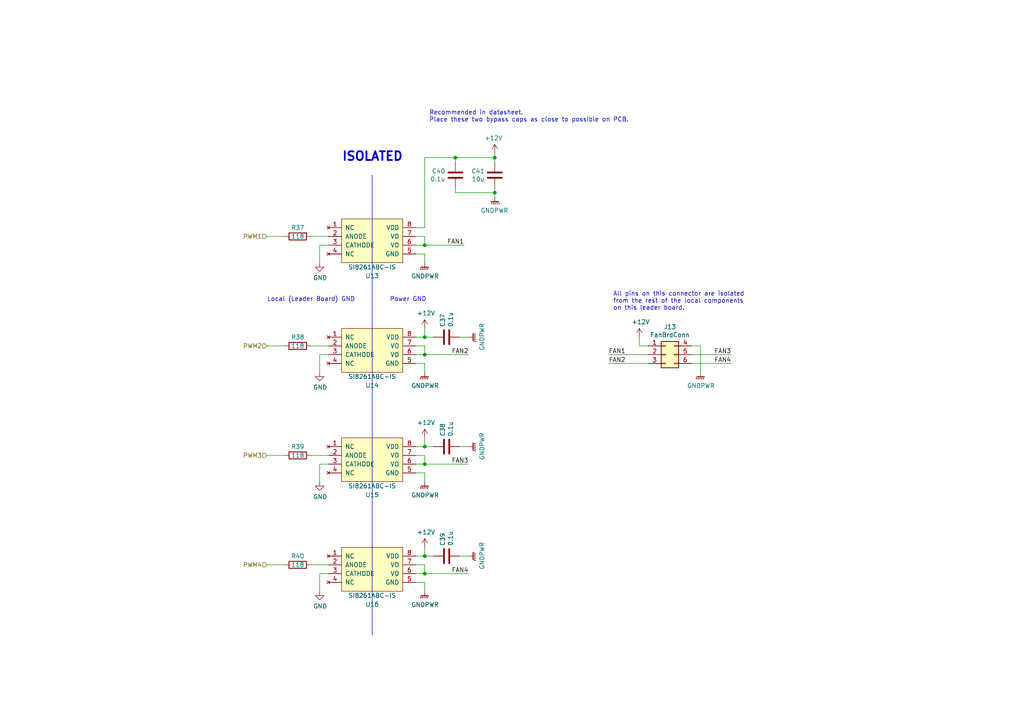
<source format=kicad_sch>
(kicad_sch (version 20230121) (generator eeschema)

  (uuid b251beef-9fe8-49ab-a2c4-847d7a539829)

  (paper "A4")

  (lib_symbols
    (symbol "Connector_Generic:Conn_02x03_Top_Bottom" (pin_names (offset 1.016) hide) (in_bom yes) (on_board yes)
      (property "Reference" "J" (at 1.27 5.08 0)
        (effects (font (size 1.27 1.27)))
      )
      (property "Value" "Conn_02x03_Top_Bottom" (at 1.27 -5.08 0)
        (effects (font (size 1.27 1.27)))
      )
      (property "Footprint" "" (at 0 0 0)
        (effects (font (size 1.27 1.27)) hide)
      )
      (property "Datasheet" "~" (at 0 0 0)
        (effects (font (size 1.27 1.27)) hide)
      )
      (property "ki_keywords" "connector" (at 0 0 0)
        (effects (font (size 1.27 1.27)) hide)
      )
      (property "ki_description" "Generic connector, double row, 02x03, top/bottom pin numbering scheme (row 1: 1...pins_per_row, row2: pins_per_row+1 ... num_pins), script generated (kicad-library-utils/schlib/autogen/connector/)" (at 0 0 0)
        (effects (font (size 1.27 1.27)) hide)
      )
      (property "ki_fp_filters" "Connector*:*_2x??_*" (at 0 0 0)
        (effects (font (size 1.27 1.27)) hide)
      )
      (symbol "Conn_02x03_Top_Bottom_1_1"
        (rectangle (start -1.27 -2.413) (end 0 -2.667)
          (stroke (width 0.1524) (type default))
          (fill (type none))
        )
        (rectangle (start -1.27 0.127) (end 0 -0.127)
          (stroke (width 0.1524) (type default))
          (fill (type none))
        )
        (rectangle (start -1.27 2.667) (end 0 2.413)
          (stroke (width 0.1524) (type default))
          (fill (type none))
        )
        (rectangle (start -1.27 3.81) (end 3.81 -3.81)
          (stroke (width 0.254) (type default))
          (fill (type background))
        )
        (rectangle (start 3.81 -2.413) (end 2.54 -2.667)
          (stroke (width 0.1524) (type default))
          (fill (type none))
        )
        (rectangle (start 3.81 0.127) (end 2.54 -0.127)
          (stroke (width 0.1524) (type default))
          (fill (type none))
        )
        (rectangle (start 3.81 2.667) (end 2.54 2.413)
          (stroke (width 0.1524) (type default))
          (fill (type none))
        )
        (pin passive line (at -5.08 2.54 0) (length 3.81)
          (name "Pin_1" (effects (font (size 1.27 1.27))))
          (number "1" (effects (font (size 1.27 1.27))))
        )
        (pin passive line (at -5.08 0 0) (length 3.81)
          (name "Pin_2" (effects (font (size 1.27 1.27))))
          (number "2" (effects (font (size 1.27 1.27))))
        )
        (pin passive line (at -5.08 -2.54 0) (length 3.81)
          (name "Pin_3" (effects (font (size 1.27 1.27))))
          (number "3" (effects (font (size 1.27 1.27))))
        )
        (pin passive line (at 7.62 2.54 180) (length 3.81)
          (name "Pin_4" (effects (font (size 1.27 1.27))))
          (number "4" (effects (font (size 1.27 1.27))))
        )
        (pin passive line (at 7.62 0 180) (length 3.81)
          (name "Pin_5" (effects (font (size 1.27 1.27))))
          (number "5" (effects (font (size 1.27 1.27))))
        )
        (pin passive line (at 7.62 -2.54 180) (length 3.81)
          (name "Pin_6" (effects (font (size 1.27 1.27))))
          (number "6" (effects (font (size 1.27 1.27))))
        )
      )
    )
    (symbol "Device:C" (pin_numbers hide) (pin_names (offset 0.254)) (in_bom yes) (on_board yes)
      (property "Reference" "C" (at 0.635 2.54 0)
        (effects (font (size 1.27 1.27)) (justify left))
      )
      (property "Value" "C" (at 0.635 -2.54 0)
        (effects (font (size 1.27 1.27)) (justify left))
      )
      (property "Footprint" "" (at 0.9652 -3.81 0)
        (effects (font (size 1.27 1.27)) hide)
      )
      (property "Datasheet" "~" (at 0 0 0)
        (effects (font (size 1.27 1.27)) hide)
      )
      (property "ki_keywords" "cap capacitor" (at 0 0 0)
        (effects (font (size 1.27 1.27)) hide)
      )
      (property "ki_description" "Unpolarized capacitor" (at 0 0 0)
        (effects (font (size 1.27 1.27)) hide)
      )
      (property "ki_fp_filters" "C_*" (at 0 0 0)
        (effects (font (size 1.27 1.27)) hide)
      )
      (symbol "C_0_1"
        (polyline
          (pts
            (xy -2.032 -0.762)
            (xy 2.032 -0.762)
          )
          (stroke (width 0.508) (type default))
          (fill (type none))
        )
        (polyline
          (pts
            (xy -2.032 0.762)
            (xy 2.032 0.762)
          )
          (stroke (width 0.508) (type default))
          (fill (type none))
        )
      )
      (symbol "C_1_1"
        (pin passive line (at 0 3.81 270) (length 2.794)
          (name "~" (effects (font (size 1.27 1.27))))
          (number "1" (effects (font (size 1.27 1.27))))
        )
        (pin passive line (at 0 -3.81 90) (length 2.794)
          (name "~" (effects (font (size 1.27 1.27))))
          (number "2" (effects (font (size 1.27 1.27))))
        )
      )
    )
    (symbol "Device:R" (pin_numbers hide) (pin_names (offset 0)) (in_bom yes) (on_board yes)
      (property "Reference" "R" (at 2.032 0 90)
        (effects (font (size 1.27 1.27)))
      )
      (property "Value" "R" (at 0 0 90)
        (effects (font (size 1.27 1.27)))
      )
      (property "Footprint" "" (at -1.778 0 90)
        (effects (font (size 1.27 1.27)) hide)
      )
      (property "Datasheet" "~" (at 0 0 0)
        (effects (font (size 1.27 1.27)) hide)
      )
      (property "ki_keywords" "R res resistor" (at 0 0 0)
        (effects (font (size 1.27 1.27)) hide)
      )
      (property "ki_description" "Resistor" (at 0 0 0)
        (effects (font (size 1.27 1.27)) hide)
      )
      (property "ki_fp_filters" "R_*" (at 0 0 0)
        (effects (font (size 1.27 1.27)) hide)
      )
      (symbol "R_0_1"
        (rectangle (start -1.016 -2.54) (end 1.016 2.54)
          (stroke (width 0.254) (type default))
          (fill (type none))
        )
      )
      (symbol "R_1_1"
        (pin passive line (at 0 3.81 270) (length 1.27)
          (name "~" (effects (font (size 1.27 1.27))))
          (number "1" (effects (font (size 1.27 1.27))))
        )
        (pin passive line (at 0 -3.81 90) (length 1.27)
          (name "~" (effects (font (size 1.27 1.27))))
          (number "2" (effects (font (size 1.27 1.27))))
        )
      )
    )
    (symbol "power:+12V" (power) (pin_names (offset 0)) (in_bom yes) (on_board yes)
      (property "Reference" "#PWR" (at 0 -3.81 0)
        (effects (font (size 1.27 1.27)) hide)
      )
      (property "Value" "+12V" (at 0 3.556 0)
        (effects (font (size 1.27 1.27)))
      )
      (property "Footprint" "" (at 0 0 0)
        (effects (font (size 1.27 1.27)) hide)
      )
      (property "Datasheet" "" (at 0 0 0)
        (effects (font (size 1.27 1.27)) hide)
      )
      (property "ki_keywords" "power-flag" (at 0 0 0)
        (effects (font (size 1.27 1.27)) hide)
      )
      (property "ki_description" "Power symbol creates a global label with name \"+12V\"" (at 0 0 0)
        (effects (font (size 1.27 1.27)) hide)
      )
      (symbol "+12V_0_1"
        (polyline
          (pts
            (xy -0.762 1.27)
            (xy 0 2.54)
          )
          (stroke (width 0) (type default))
          (fill (type none))
        )
        (polyline
          (pts
            (xy 0 0)
            (xy 0 2.54)
          )
          (stroke (width 0) (type default))
          (fill (type none))
        )
        (polyline
          (pts
            (xy 0 2.54)
            (xy 0.762 1.27)
          )
          (stroke (width 0) (type default))
          (fill (type none))
        )
      )
      (symbol "+12V_1_1"
        (pin power_in line (at 0 0 90) (length 0) hide
          (name "+12V" (effects (font (size 1.27 1.27))))
          (number "1" (effects (font (size 1.27 1.27))))
        )
      )
    )
    (symbol "power:GND" (power) (pin_names (offset 0)) (in_bom yes) (on_board yes)
      (property "Reference" "#PWR" (at 0 -6.35 0)
        (effects (font (size 1.27 1.27)) hide)
      )
      (property "Value" "GND" (at 0 -3.81 0)
        (effects (font (size 1.27 1.27)))
      )
      (property "Footprint" "" (at 0 0 0)
        (effects (font (size 1.27 1.27)) hide)
      )
      (property "Datasheet" "" (at 0 0 0)
        (effects (font (size 1.27 1.27)) hide)
      )
      (property "ki_keywords" "power-flag" (at 0 0 0)
        (effects (font (size 1.27 1.27)) hide)
      )
      (property "ki_description" "Power symbol creates a global label with name \"GND\" , ground" (at 0 0 0)
        (effects (font (size 1.27 1.27)) hide)
      )
      (symbol "GND_0_1"
        (polyline
          (pts
            (xy 0 0)
            (xy 0 -1.27)
            (xy 1.27 -1.27)
            (xy 0 -2.54)
            (xy -1.27 -1.27)
            (xy 0 -1.27)
          )
          (stroke (width 0) (type default))
          (fill (type none))
        )
      )
      (symbol "GND_1_1"
        (pin power_in line (at 0 0 270) (length 0) hide
          (name "GND" (effects (font (size 1.27 1.27))))
          (number "1" (effects (font (size 1.27 1.27))))
        )
      )
    )
    (symbol "power:GNDPWR" (power) (pin_names (offset 0)) (in_bom yes) (on_board yes)
      (property "Reference" "#PWR" (at 0 -5.08 0)
        (effects (font (size 1.27 1.27)) hide)
      )
      (property "Value" "GNDPWR" (at 0 -3.302 0)
        (effects (font (size 1.27 1.27)))
      )
      (property "Footprint" "" (at 0 -1.27 0)
        (effects (font (size 1.27 1.27)) hide)
      )
      (property "Datasheet" "" (at 0 -1.27 0)
        (effects (font (size 1.27 1.27)) hide)
      )
      (property "ki_keywords" "power-flag" (at 0 0 0)
        (effects (font (size 1.27 1.27)) hide)
      )
      (property "ki_description" "Power symbol creates a global label with name \"GNDPWR\" , power ground" (at 0 0 0)
        (effects (font (size 1.27 1.27)) hide)
      )
      (symbol "GNDPWR_0_1"
        (polyline
          (pts
            (xy 0 -1.27)
            (xy 0 0)
          )
          (stroke (width 0) (type default))
          (fill (type none))
        )
        (polyline
          (pts
            (xy -1.016 -1.27)
            (xy -1.27 -2.032)
            (xy -1.27 -2.032)
          )
          (stroke (width 0.2032) (type default))
          (fill (type none))
        )
        (polyline
          (pts
            (xy -0.508 -1.27)
            (xy -0.762 -2.032)
            (xy -0.762 -2.032)
          )
          (stroke (width 0.2032) (type default))
          (fill (type none))
        )
        (polyline
          (pts
            (xy 0 -1.27)
            (xy -0.254 -2.032)
            (xy -0.254 -2.032)
          )
          (stroke (width 0.2032) (type default))
          (fill (type none))
        )
        (polyline
          (pts
            (xy 0.508 -1.27)
            (xy 0.254 -2.032)
            (xy 0.254 -2.032)
          )
          (stroke (width 0.2032) (type default))
          (fill (type none))
        )
        (polyline
          (pts
            (xy 1.016 -1.27)
            (xy -1.016 -1.27)
            (xy -1.016 -1.27)
          )
          (stroke (width 0.2032) (type default))
          (fill (type none))
        )
        (polyline
          (pts
            (xy 1.016 -1.27)
            (xy 0.762 -2.032)
            (xy 0.762 -2.032)
            (xy 0.762 -2.032)
          )
          (stroke (width 0.2032) (type default))
          (fill (type none))
        )
      )
      (symbol "GNDPWR_1_1"
        (pin power_in line (at 0 0 270) (length 0) hide
          (name "GNDPWR" (effects (font (size 1.27 1.27))))
          (number "1" (effects (font (size 1.27 1.27))))
        )
      )
    )
    (symbol "utsvt-bps:SI8261ABC-IS" (pin_names (offset 1.016)) (in_bom yes) (on_board yes)
      (property "Reference" "U" (at 0 3.81 0)
        (effects (font (size 1.27 1.27)))
      )
      (property "Value" "SI8261ABC-IS" (at 0 1.27 0)
        (effects (font (size 1.27 1.27)))
      )
      (property "Footprint" "Package_SO:SOIC-8_3.9x4.9mm_P1.27mm" (at 0 0 0)
        (effects (font (size 1.27 1.27)) hide)
      )
      (property "Datasheet" "https://www.silabs.com/documents/public/data-sheets/Si826x.pdf" (at 0 0 0)
        (effects (font (size 1.27 1.27)) hide)
      )
      (property "Vf" "2.2V" (at 0 0 0)
        (effects (font (size 1.27 1.27)) hide)
      )
      (property "If" "6mA" (at 0 0 0)
        (effects (font (size 1.27 1.27)) hide)
      )
      (property "ki_keywords" "isolator, gate, driver" (at 0 0 0)
        (effects (font (size 1.27 1.27)) hide)
      )
      (property "ki_description" "Isolated Gate Driver, 8-pin" (at 0 0 0)
        (effects (font (size 1.27 1.27)) hide)
      )
      (symbol "SI8261ABC-IS_0_1"
        (rectangle (start -8.89 0) (end 8.89 -12.7)
          (stroke (width 0) (type default))
          (fill (type background))
        )
      )
      (symbol "SI8261ABC-IS_1_1"
        (pin no_connect line (at -12.7 -2.54 0) (length 3.81)
          (name "NC" (effects (font (size 1.27 1.27))))
          (number "1" (effects (font (size 1.27 1.27))))
        )
        (pin input line (at -12.7 -5.08 0) (length 3.81)
          (name "ANODE" (effects (font (size 1.27 1.27))))
          (number "2" (effects (font (size 1.27 1.27))))
        )
        (pin input line (at -12.7 -7.62 0) (length 3.81)
          (name "CATHODE" (effects (font (size 1.27 1.27))))
          (number "3" (effects (font (size 1.27 1.27))))
        )
        (pin no_connect line (at -12.7 -10.16 0) (length 3.81)
          (name "NC" (effects (font (size 1.27 1.27))))
          (number "4" (effects (font (size 1.27 1.27))))
        )
        (pin power_in line (at 12.7 -10.16 180) (length 3.81)
          (name "GND" (effects (font (size 1.27 1.27))))
          (number "5" (effects (font (size 1.27 1.27))))
        )
        (pin output line (at 12.7 -7.62 180) (length 3.81)
          (name "VO" (effects (font (size 1.27 1.27))))
          (number "6" (effects (font (size 1.27 1.27))))
        )
        (pin output line (at 12.7 -5.08 180) (length 3.81)
          (name "VO" (effects (font (size 1.27 1.27))))
          (number "7" (effects (font (size 1.27 1.27))))
        )
        (pin power_in line (at 12.7 -2.54 180) (length 3.81)
          (name "VDD" (effects (font (size 1.27 1.27))))
          (number "8" (effects (font (size 1.27 1.27))))
        )
      )
    )
  )

  (junction (at 123.19 166.37) (diameter 0) (color 0 0 0 0)
    (uuid 194369e7-282a-48fa-ab33-56af0935b536)
  )
  (junction (at 123.19 71.12) (diameter 0) (color 0 0 0 0)
    (uuid 4a162731-3044-47f4-9a7a-8d429befc861)
  )
  (junction (at 123.19 161.29) (diameter 0) (color 0 0 0 0)
    (uuid 4ce89097-9e92-4c20-8f0c-6a5310ed171e)
  )
  (junction (at 143.51 45.72) (diameter 0) (color 0 0 0 0)
    (uuid 743fe3d9-14a6-4ec3-b657-d0263f45e562)
  )
  (junction (at 123.19 129.54) (diameter 0) (color 0 0 0 0)
    (uuid 7dbc017d-d953-4594-a3d6-ee510c135ad2)
  )
  (junction (at 143.51 55.88) (diameter 0) (color 0 0 0 0)
    (uuid a005f016-6f0a-420b-a3a1-80e871ab2c3b)
  )
  (junction (at 132.08 45.72) (diameter 0) (color 0 0 0 0)
    (uuid a250795e-9531-40ad-9a2a-2f7681a09c16)
  )
  (junction (at 123.19 134.62) (diameter 0) (color 0 0 0 0)
    (uuid d9e5f3d5-48f9-4748-9e4c-bf78ee3698d9)
  )
  (junction (at 123.19 102.87) (diameter 0) (color 0 0 0 0)
    (uuid f7593a4f-1809-4f7c-be2f-88090bc529e5)
  )
  (junction (at 123.19 97.79) (diameter 0) (color 0 0 0 0)
    (uuid fa969377-8d68-48bd-8628-c5c222eda4bb)
  )

  (wire (pts (xy 120.65 161.29) (xy 123.19 161.29))
    (stroke (width 0) (type default))
    (uuid 043793b3-acfc-4194-8aff-08fd4f2ac49e)
  )
  (wire (pts (xy 123.19 66.04) (xy 123.19 45.72))
    (stroke (width 0) (type default))
    (uuid 0550859e-d04a-4d2e-bf91-ec146d81ea33)
  )
  (wire (pts (xy 90.17 163.83) (xy 95.25 163.83))
    (stroke (width 0) (type default))
    (uuid 09d6504f-41ac-4199-b263-3b8afd09df92)
  )
  (wire (pts (xy 123.19 76.2) (xy 123.19 73.66))
    (stroke (width 0) (type default))
    (uuid 0ada6166-7900-4c85-9388-986717d1d0b3)
  )
  (wire (pts (xy 77.47 163.83) (xy 82.55 163.83))
    (stroke (width 0) (type default))
    (uuid 19f05b6c-9ca9-4b6b-9fd2-50ef1846ff93)
  )
  (wire (pts (xy 123.19 100.33) (xy 123.19 102.87))
    (stroke (width 0) (type default))
    (uuid 1f1c8061-d0bb-4674-801d-2df1913c244b)
  )
  (wire (pts (xy 120.65 132.08) (xy 123.19 132.08))
    (stroke (width 0) (type default))
    (uuid 20910752-9204-4418-b962-f6d0533af29e)
  )
  (wire (pts (xy 185.42 100.33) (xy 187.96 100.33))
    (stroke (width 0) (type default))
    (uuid 21f7471d-5516-4c0b-84df-c14c2b22cb1b)
  )
  (wire (pts (xy 187.96 105.41) (xy 176.53 105.41))
    (stroke (width 0) (type default))
    (uuid 2210c164-03c4-4d25-920b-4f80bce465ca)
  )
  (wire (pts (xy 123.19 134.62) (xy 135.89 134.62))
    (stroke (width 0) (type default))
    (uuid 244c14eb-1ba9-457a-8c10-3a24f4177f12)
  )
  (wire (pts (xy 200.66 105.41) (xy 212.09 105.41))
    (stroke (width 0) (type default))
    (uuid 28967d06-6a22-41aa-9725-cc4090dbda0d)
  )
  (wire (pts (xy 187.96 102.87) (xy 176.53 102.87))
    (stroke (width 0) (type default))
    (uuid 2d6556f0-7d57-4c99-b559-7755c01814e6)
  )
  (wire (pts (xy 143.51 44.45) (xy 143.51 45.72))
    (stroke (width 0) (type default))
    (uuid 2de78871-17e9-4f67-98b0-3e6b729e56ce)
  )
  (wire (pts (xy 123.19 163.83) (xy 123.19 166.37))
    (stroke (width 0) (type default))
    (uuid 309a118a-44d4-4715-a872-982242037603)
  )
  (wire (pts (xy 92.71 171.45) (xy 92.71 166.37))
    (stroke (width 0) (type default))
    (uuid 49d03cc8-6ecc-4b45-b1c0-dbed9b688bf0)
  )
  (wire (pts (xy 185.42 97.79) (xy 185.42 100.33))
    (stroke (width 0) (type default))
    (uuid 4d344167-7bb1-4b7e-b75f-c1f8dfa3103e)
  )
  (wire (pts (xy 120.65 163.83) (xy 123.19 163.83))
    (stroke (width 0) (type default))
    (uuid 5236744c-6dfc-41dc-9a6d-4dcec915c519)
  )
  (wire (pts (xy 123.19 132.08) (xy 123.19 134.62))
    (stroke (width 0) (type default))
    (uuid 5b9c75cc-98a1-4ba4-a5ee-8ef9ab0e8d08)
  )
  (wire (pts (xy 143.51 45.72) (xy 132.08 45.72))
    (stroke (width 0) (type default))
    (uuid 6045254e-f49f-4987-b456-3cae9dda98d8)
  )
  (wire (pts (xy 92.71 76.2) (xy 92.71 71.12))
    (stroke (width 0) (type default))
    (uuid 66b99143-7ea3-4004-9886-c91663c0099d)
  )
  (wire (pts (xy 123.19 105.41) (xy 120.65 105.41))
    (stroke (width 0) (type default))
    (uuid 682c8b8f-4d60-4141-b257-51c388101490)
  )
  (wire (pts (xy 120.65 68.58) (xy 123.19 68.58))
    (stroke (width 0) (type default))
    (uuid 6aa6988f-747d-4900-bb0c-e69a38950735)
  )
  (wire (pts (xy 143.51 55.88) (xy 143.51 54.61))
    (stroke (width 0) (type default))
    (uuid 6cfd4e6b-f645-4381-ade4-5896fba24fca)
  )
  (wire (pts (xy 90.17 68.58) (xy 95.25 68.58))
    (stroke (width 0) (type default))
    (uuid 6db46592-bce3-4604-a649-e75d650d501c)
  )
  (wire (pts (xy 135.89 129.54) (xy 133.35 129.54))
    (stroke (width 0) (type default))
    (uuid 6e1e6e6b-05ed-4242-b8c6-a0dcbb047074)
  )
  (wire (pts (xy 120.65 166.37) (xy 123.19 166.37))
    (stroke (width 0) (type default))
    (uuid 7291bad0-24e4-426b-aa19-f411424e3ccf)
  )
  (wire (pts (xy 123.19 102.87) (xy 135.89 102.87))
    (stroke (width 0) (type default))
    (uuid 73ba91be-75fc-485b-b8b6-4df8f6ffae6a)
  )
  (wire (pts (xy 123.19 139.7) (xy 123.19 137.16))
    (stroke (width 0) (type default))
    (uuid 75844fde-d070-4c47-a548-11ad21a96364)
  )
  (wire (pts (xy 135.89 97.79) (xy 133.35 97.79))
    (stroke (width 0) (type default))
    (uuid 77203351-8e32-459c-b048-71bfded4695b)
  )
  (wire (pts (xy 203.2 100.33) (xy 200.66 100.33))
    (stroke (width 0) (type default))
    (uuid 785b9b1b-db94-4cd2-96a4-c33709fdf8fd)
  )
  (wire (pts (xy 143.51 55.88) (xy 132.08 55.88))
    (stroke (width 0) (type default))
    (uuid 7a47451b-cadf-44c1-bf9f-bf1de744174c)
  )
  (wire (pts (xy 123.19 158.75) (xy 123.19 161.29))
    (stroke (width 0) (type default))
    (uuid 7c0a1618-1527-4bf9-bc6b-816903d53a47)
  )
  (wire (pts (xy 120.65 100.33) (xy 123.19 100.33))
    (stroke (width 0) (type default))
    (uuid 7c7d1d10-7839-4cad-93e6-0bb21ea2e22c)
  )
  (wire (pts (xy 143.51 57.15) (xy 143.51 55.88))
    (stroke (width 0) (type default))
    (uuid 85092cc2-5a0a-445f-be87-659ac6c45136)
  )
  (polyline (pts (xy 107.95 50.8) (xy 107.95 184.15))
    (stroke (width 0) (type default))
    (uuid 85321e6b-3074-45ae-91a2-2d90e36cd5d7)
  )

  (wire (pts (xy 123.19 168.91) (xy 120.65 168.91))
    (stroke (width 0) (type default))
    (uuid 86743ff5-ebd5-4d4c-b85d-51d3f9421db1)
  )
  (wire (pts (xy 77.47 132.08) (xy 82.55 132.08))
    (stroke (width 0) (type default))
    (uuid 887fd53d-ae8f-4122-baf8-88d2c7186383)
  )
  (wire (pts (xy 123.19 127) (xy 123.19 129.54))
    (stroke (width 0) (type default))
    (uuid 8a8e1a5d-fcd6-4b0b-b948-481969984149)
  )
  (wire (pts (xy 125.73 129.54) (xy 123.19 129.54))
    (stroke (width 0) (type default))
    (uuid 8c20efd0-8859-4581-8dc8-e3275204bc47)
  )
  (wire (pts (xy 123.19 71.12) (xy 134.62 71.12))
    (stroke (width 0) (type default))
    (uuid 8efad5d4-0fb1-4f8a-8b3b-fd13de8553cf)
  )
  (wire (pts (xy 203.2 107.95) (xy 203.2 100.33))
    (stroke (width 0) (type default))
    (uuid 8f8e03e4-eade-4b73-8453-16fcc4395b4f)
  )
  (wire (pts (xy 200.66 102.87) (xy 212.09 102.87))
    (stroke (width 0) (type default))
    (uuid 8fafd895-368b-4b1e-a86c-1091a06babf0)
  )
  (wire (pts (xy 92.71 102.87) (xy 95.25 102.87))
    (stroke (width 0) (type default))
    (uuid 9189da4a-afa8-4feb-912b-9acf397c8efe)
  )
  (wire (pts (xy 132.08 55.88) (xy 132.08 54.61))
    (stroke (width 0) (type default))
    (uuid 93cca48a-0ddb-43d4-9a26-cfc561f4b51f)
  )
  (wire (pts (xy 132.08 45.72) (xy 132.08 46.99))
    (stroke (width 0) (type default))
    (uuid 94fec277-f735-44f1-bd15-6b7a6710f714)
  )
  (wire (pts (xy 120.65 134.62) (xy 123.19 134.62))
    (stroke (width 0) (type default))
    (uuid 972231fd-6b39-44d7-a8d0-2a8f39b440f2)
  )
  (wire (pts (xy 120.65 129.54) (xy 123.19 129.54))
    (stroke (width 0) (type default))
    (uuid 9a2f1d2a-8772-4532-a30a-890a96c07ee5)
  )
  (wire (pts (xy 92.71 107.95) (xy 92.71 102.87))
    (stroke (width 0) (type default))
    (uuid a1bdd125-0c9f-4ff7-9f80-51b47501d38a)
  )
  (wire (pts (xy 92.71 71.12) (xy 95.25 71.12))
    (stroke (width 0) (type default))
    (uuid a5a1ca49-2190-413f-b847-05e26ecaba84)
  )
  (wire (pts (xy 120.65 97.79) (xy 123.19 97.79))
    (stroke (width 0) (type default))
    (uuid a7339f09-adb8-4a68-9075-5341a1898df6)
  )
  (wire (pts (xy 92.71 139.7) (xy 92.71 134.62))
    (stroke (width 0) (type default))
    (uuid a7a5aab5-ea18-4424-8820-e3e21e4f3409)
  )
  (wire (pts (xy 123.19 137.16) (xy 120.65 137.16))
    (stroke (width 0) (type default))
    (uuid aac5142b-935a-4766-9516-a38e21a99988)
  )
  (wire (pts (xy 120.65 71.12) (xy 123.19 71.12))
    (stroke (width 0) (type default))
    (uuid abaaba9c-ac65-4c00-b591-80d7101cbd1e)
  )
  (wire (pts (xy 123.19 166.37) (xy 135.89 166.37))
    (stroke (width 0) (type default))
    (uuid afa7b59d-f0e1-45ac-9c55-b5191bcbad41)
  )
  (wire (pts (xy 123.19 68.58) (xy 123.19 71.12))
    (stroke (width 0) (type default))
    (uuid b7183ced-077f-4073-aaa5-bab92ea79dfd)
  )
  (wire (pts (xy 90.17 132.08) (xy 95.25 132.08))
    (stroke (width 0) (type default))
    (uuid b8431380-1705-48bc-86c6-3cd1b85e5a35)
  )
  (wire (pts (xy 135.89 161.29) (xy 133.35 161.29))
    (stroke (width 0) (type default))
    (uuid bb508257-1adb-439a-895c-92c4118781d8)
  )
  (wire (pts (xy 92.71 134.62) (xy 95.25 134.62))
    (stroke (width 0) (type default))
    (uuid bfa346dd-3201-436d-af50-155bf7a97149)
  )
  (wire (pts (xy 77.47 68.58) (xy 82.55 68.58))
    (stroke (width 0) (type default))
    (uuid c13a0d58-c520-4165-bf37-2630250aa2a6)
  )
  (wire (pts (xy 143.51 45.72) (xy 143.51 46.99))
    (stroke (width 0) (type default))
    (uuid c27b9eaf-f9cd-41c9-b07e-7ab305af5eb4)
  )
  (wire (pts (xy 125.73 97.79) (xy 123.19 97.79))
    (stroke (width 0) (type default))
    (uuid c8f85bb5-4a36-4302-bba3-92a68c273246)
  )
  (wire (pts (xy 92.71 166.37) (xy 95.25 166.37))
    (stroke (width 0) (type default))
    (uuid ca067bbf-78c1-4187-8296-b0fd93bdf6d7)
  )
  (wire (pts (xy 123.19 95.25) (xy 123.19 97.79))
    (stroke (width 0) (type default))
    (uuid ce754641-7473-46cc-9e46-e99ae1e8df27)
  )
  (wire (pts (xy 120.65 66.04) (xy 123.19 66.04))
    (stroke (width 0) (type default))
    (uuid d667232a-3979-4667-9696-6bdd38fd738f)
  )
  (wire (pts (xy 123.19 171.45) (xy 123.19 168.91))
    (stroke (width 0) (type default))
    (uuid e805bfc7-1439-4024-be37-2d98b9ab8996)
  )
  (wire (pts (xy 90.17 100.33) (xy 95.25 100.33))
    (stroke (width 0) (type default))
    (uuid ed0c9204-fd26-4100-87cb-4cc13a7883dd)
  )
  (wire (pts (xy 125.73 161.29) (xy 123.19 161.29))
    (stroke (width 0) (type default))
    (uuid ed6d6978-0d0d-4a2e-87a7-a88d9d5fb443)
  )
  (wire (pts (xy 123.19 107.95) (xy 123.19 105.41))
    (stroke (width 0) (type default))
    (uuid f22cfa19-f1b4-4b2e-8e1d-2d3d6b0540fd)
  )
  (wire (pts (xy 77.47 100.33) (xy 82.55 100.33))
    (stroke (width 0) (type default))
    (uuid f6b720d6-8d11-4551-a2bd-634fd8a36183)
  )
  (wire (pts (xy 123.19 73.66) (xy 120.65 73.66))
    (stroke (width 0) (type default))
    (uuid f7066ca1-2919-4b95-b427-95fe5f5ff712)
  )
  (wire (pts (xy 120.65 102.87) (xy 123.19 102.87))
    (stroke (width 0) (type default))
    (uuid f893d766-5618-4cd2-9fe8-b6b939bbcd0e)
  )
  (wire (pts (xy 132.08 45.72) (xy 123.19 45.72))
    (stroke (width 0) (type default))
    (uuid ff68f321-15f9-4ff7-9fe4-c7fe9f0b10b6)
  )

  (text "All pins on this connector are isolated\nfrom the rest of the local components\non this leader board."
    (at 177.8 90.17 0)
    (effects (font (size 1.27 1.27)) (justify left bottom))
    (uuid 03ba302b-2859-4dbf-b0e5-62b63ff68f0e)
  )
  (text "Local (Leader Board) GND" (at 77.47 87.63 0)
    (effects (font (size 1.27 1.27)) (justify left bottom))
    (uuid 0df3e08f-f1db-44fc-b160-1e344af0b097)
  )
  (text "Power GND" (at 113.03 87.63 0)
    (effects (font (size 1.27 1.27)) (justify left bottom))
    (uuid 1e0990fe-0573-4531-a397-b53e3d7326d6)
  )
  (text "ISOLATED" (at 99.06 46.99 0)
    (effects (font (size 2.54 2.54) (thickness 0.508) bold) (justify left bottom))
    (uuid 209f13a0-6454-47d8-8979-19967f02b486)
  )
  (text "Recommended in datasheet.\nPlace these two bypass caps as close to possible on PCB."
    (at 124.46 35.56 0)
    (effects (font (size 1.27 1.27)) (justify left bottom))
    (uuid 2f369666-33ba-477c-82f8-6a87bbda6eba)
  )

  (label "FAN1" (at 176.53 102.87 0) (fields_autoplaced)
    (effects (font (size 1.27 1.27)) (justify left bottom))
    (uuid 52888cbc-b111-4e73-a693-b3b0dc4bf9df)
  )
  (label "FAN3" (at 212.09 102.87 180) (fields_autoplaced)
    (effects (font (size 1.27 1.27)) (justify right bottom))
    (uuid 5f8e6bef-0892-4800-a32d-0780cec1995f)
  )
  (label "FAN4" (at 135.89 166.37 180) (fields_autoplaced)
    (effects (font (size 1.27 1.27)) (justify right bottom))
    (uuid 66917930-18ea-4e30-a37f-c80fd203601b)
  )
  (label "FAN1" (at 134.62 71.12 180) (fields_autoplaced)
    (effects (font (size 1.27 1.27)) (justify right bottom))
    (uuid 6a197759-a4fe-46a2-8b36-339b0ae8f016)
  )
  (label "FAN3" (at 135.89 134.62 180) (fields_autoplaced)
    (effects (font (size 1.27 1.27)) (justify right bottom))
    (uuid 97f89f75-33fa-4b9c-9d2a-18c8a609f72f)
  )
  (label "FAN2" (at 176.53 105.41 0) (fields_autoplaced)
    (effects (font (size 1.27 1.27)) (justify left bottom))
    (uuid cc8328ee-28bd-4257-a1d7-5badd0a40c8c)
  )
  (label "FAN2" (at 135.89 102.87 180) (fields_autoplaced)
    (effects (font (size 1.27 1.27)) (justify right bottom))
    (uuid cf3559a7-e29c-4822-abde-d7efc1a8cf45)
  )
  (label "FAN4" (at 212.09 105.41 180) (fields_autoplaced)
    (effects (font (size 1.27 1.27)) (justify right bottom))
    (uuid e33978ba-27f3-479e-b8e8-5669ed573586)
  )

  (hierarchical_label "PWM4" (shape input) (at 77.47 163.83 180) (fields_autoplaced)
    (effects (font (size 1.27 1.27)) (justify right))
    (uuid 171daa21-1bc3-4b9f-85b1-bae018eaff22)
  )
  (hierarchical_label "PWM3" (shape input) (at 77.47 132.08 180) (fields_autoplaced)
    (effects (font (size 1.27 1.27)) (justify right))
    (uuid 19a4ecda-6045-463e-b53e-b35b6e0e7773)
  )
  (hierarchical_label "PWM2" (shape input) (at 77.47 100.33 180) (fields_autoplaced)
    (effects (font (size 1.27 1.27)) (justify right))
    (uuid b8507f7a-b6f2-4dd3-818e-e29e8b2bd14f)
  )
  (hierarchical_label "PWM1" (shape input) (at 77.47 68.58 180) (fields_autoplaced)
    (effects (font (size 1.27 1.27)) (justify right))
    (uuid dbd36b13-431f-41fc-bd46-5c108a31f226)
  )

  (symbol (lib_id "power:+12V") (at 143.51 44.45 0) (mirror y) (unit 1)
    (in_bom yes) (on_board yes) (dnp no)
    (uuid 00000000-0000-0000-0000-00005f130099)
    (property "Reference" "#PWR096" (at 143.51 48.26 0)
      (effects (font (size 1.27 1.27)) hide)
    )
    (property "Value" "+12V" (at 143.129 40.0558 0)
      (effects (font (size 1.27 1.27)))
    )
    (property "Footprint" "" (at 143.51 44.45 0)
      (effects (font (size 1.27 1.27)) hide)
    )
    (property "Datasheet" "" (at 143.51 44.45 0)
      (effects (font (size 1.27 1.27)) hide)
    )
    (pin "1" (uuid a8e68d4a-dc16-4dbc-b670-5f0676eb51d7))
    (instances
      (project "BPS-Leader"
        (path "/c248b171-df31-4e8a-afb6-607fa2df334b/00000000-0000-0000-0000-00005f145f02"
          (reference "#PWR096") (unit 1)
        )
      )
    )
  )

  (symbol (lib_id "Device:C") (at 143.51 50.8 0) (mirror y) (unit 1)
    (in_bom yes) (on_board yes) (dnp no)
    (uuid 00000000-0000-0000-0000-00005f13009f)
    (property "Reference" "C41" (at 140.589 49.6316 0)
      (effects (font (size 1.27 1.27)) (justify left))
    )
    (property "Value" "10u" (at 140.589 51.943 0)
      (effects (font (size 1.27 1.27)) (justify left))
    )
    (property "Footprint" "Capacitor_SMD:C_0805_2012Metric" (at 142.5448 54.61 0)
      (effects (font (size 1.27 1.27)) hide)
    )
    (property "Datasheet" "~" (at 143.51 50.8 0)
      (effects (font (size 1.27 1.27)) hide)
    )
    (pin "1" (uuid f4c824f5-cb9b-4062-a5d4-4960a2f59c65))
    (pin "2" (uuid 9b59da46-384b-4767-976c-f39334500b0b))
    (instances
      (project "BPS-Leader"
        (path "/c248b171-df31-4e8a-afb6-607fa2df334b/00000000-0000-0000-0000-00005f145f02"
          (reference "C41") (unit 1)
        )
      )
    )
  )

  (symbol (lib_id "Device:C") (at 132.08 50.8 0) (mirror y) (unit 1)
    (in_bom yes) (on_board yes) (dnp no)
    (uuid 00000000-0000-0000-0000-00005f1300a5)
    (property "Reference" "C40" (at 129.159 49.6316 0)
      (effects (font (size 1.27 1.27)) (justify left))
    )
    (property "Value" "0.1u" (at 129.159 51.943 0)
      (effects (font (size 1.27 1.27)) (justify left))
    )
    (property "Footprint" "Capacitor_SMD:C_0805_2012Metric" (at 131.1148 54.61 0)
      (effects (font (size 1.27 1.27)) hide)
    )
    (property "Datasheet" "~" (at 132.08 50.8 0)
      (effects (font (size 1.27 1.27)) hide)
    )
    (pin "1" (uuid 61021f12-0ed5-45b1-a758-54240474da96))
    (pin "2" (uuid 94dc3229-21d5-4515-9e16-94dd1f412af9))
    (instances
      (project "BPS-Leader"
        (path "/c248b171-df31-4e8a-afb6-607fa2df334b/00000000-0000-0000-0000-00005f145f02"
          (reference "C40") (unit 1)
        )
      )
    )
  )

  (symbol (lib_id "power:GNDPWR") (at 143.51 57.15 0) (mirror y) (unit 1)
    (in_bom yes) (on_board yes) (dnp no)
    (uuid 00000000-0000-0000-0000-00005f1300f5)
    (property "Reference" "#PWR097" (at 143.51 62.23 0)
      (effects (font (size 1.27 1.27)) hide)
    )
    (property "Value" "GNDPWR" (at 143.4084 61.0616 0)
      (effects (font (size 1.27 1.27)))
    )
    (property "Footprint" "" (at 143.51 58.42 0)
      (effects (font (size 1.27 1.27)) hide)
    )
    (property "Datasheet" "" (at 143.51 58.42 0)
      (effects (font (size 1.27 1.27)) hide)
    )
    (pin "1" (uuid d07e0682-90a4-4f05-bc0c-46c046e5a127))
    (instances
      (project "BPS-Leader"
        (path "/c248b171-df31-4e8a-afb6-607fa2df334b/00000000-0000-0000-0000-00005f145f02"
          (reference "#PWR097") (unit 1)
        )
      )
    )
  )

  (symbol (lib_id "power:GNDPWR") (at 123.19 76.2 0) (unit 1)
    (in_bom yes) (on_board yes) (dnp no)
    (uuid 00000000-0000-0000-0000-00005f1300fb)
    (property "Reference" "#PWR086" (at 123.19 81.28 0)
      (effects (font (size 1.27 1.27)) hide)
    )
    (property "Value" "GNDPWR" (at 123.2916 80.1116 0)
      (effects (font (size 1.27 1.27)))
    )
    (property "Footprint" "" (at 123.19 77.47 0)
      (effects (font (size 1.27 1.27)) hide)
    )
    (property "Datasheet" "" (at 123.19 77.47 0)
      (effects (font (size 1.27 1.27)) hide)
    )
    (pin "1" (uuid a478f4d2-33d0-4942-bc33-0187f5c36a4d))
    (instances
      (project "BPS-Leader"
        (path "/c248b171-df31-4e8a-afb6-607fa2df334b/00000000-0000-0000-0000-00005f145f02"
          (reference "#PWR086") (unit 1)
        )
      )
    )
  )

  (symbol (lib_id "power:GND") (at 92.71 76.2 0) (unit 1)
    (in_bom yes) (on_board yes) (dnp no)
    (uuid 00000000-0000-0000-0000-00005f1328d9)
    (property "Reference" "#PWR082" (at 92.71 82.55 0)
      (effects (font (size 1.27 1.27)) hide)
    )
    (property "Value" "GND" (at 92.837 80.5942 0)
      (effects (font (size 1.27 1.27)))
    )
    (property "Footprint" "" (at 92.71 76.2 0)
      (effects (font (size 1.27 1.27)) hide)
    )
    (property "Datasheet" "" (at 92.71 76.2 0)
      (effects (font (size 1.27 1.27)) hide)
    )
    (pin "1" (uuid 2253ed64-5f2e-4933-83c2-00596f17086e))
    (instances
      (project "BPS-Leader"
        (path "/c248b171-df31-4e8a-afb6-607fa2df334b/00000000-0000-0000-0000-00005f145f02"
          (reference "#PWR082") (unit 1)
        )
      )
    )
  )

  (symbol (lib_id "utsvt-bps:SI8261ABC-IS") (at 107.95 63.5 0) (unit 1)
    (in_bom yes) (on_board yes) (dnp no)
    (uuid 00000000-0000-0000-0000-00005f14b1dd)
    (property "Reference" "U13" (at 107.95 80.01 0)
      (effects (font (size 1.27 1.27)))
    )
    (property "Value" "SI8261ABC-IS" (at 107.95 77.47 0)
      (effects (font (size 1.27 1.27)))
    )
    (property "Footprint" "Package_SO:SOIC-8_3.9x4.9mm_P1.27mm" (at 107.95 63.5 0)
      (effects (font (size 1.27 1.27)) hide)
    )
    (property "Datasheet" "https://www.silabs.com/documents/public/data-sheets/Si826x.pdf" (at 107.95 63.5 0)
      (effects (font (size 1.27 1.27)) hide)
    )
    (property "Vf" "2.2V" (at 107.95 63.5 0)
      (effects (font (size 1.27 1.27)) hide)
    )
    (property "If" "6mA" (at 107.95 63.5 0)
      (effects (font (size 1.27 1.27)) hide)
    )
    (pin "1" (uuid 5305500b-164d-48af-afa7-03421064624a))
    (pin "2" (uuid 5cfb9526-f175-44ba-9f74-4e7a0415ed47))
    (pin "3" (uuid dadb7453-a432-499f-af9d-6b5ef9e5fab6))
    (pin "4" (uuid ae0630b3-119c-48d6-af33-0b479649029b))
    (pin "5" (uuid 4512fb88-1e2b-41d1-8c31-5e3260bd4cb2))
    (pin "6" (uuid 458e746f-9131-4177-8dfe-72b80e796304))
    (pin "7" (uuid 1a7aaa90-a515-486f-a8a3-c35110a13bd5))
    (pin "8" (uuid c8ade2e9-5c63-403b-93c5-d837ce608863))
    (instances
      (project "BPS-Leader"
        (path "/c248b171-df31-4e8a-afb6-607fa2df334b/00000000-0000-0000-0000-00005f145f02"
          (reference "U13") (unit 1)
        )
      )
    )
  )

  (symbol (lib_id "Device:R") (at 86.36 68.58 270) (unit 1)
    (in_bom yes) (on_board yes) (dnp no)
    (uuid 00000000-0000-0000-0000-00005f14c350)
    (property "Reference" "R37" (at 86.36 66.04 90)
      (effects (font (size 1.27 1.27)))
    )
    (property "Value" "118" (at 86.36 68.58 90)
      (effects (font (size 1.27 1.27)))
    )
    (property "Footprint" "Resistor_SMD:R_0805_2012Metric" (at 86.36 66.802 90)
      (effects (font (size 1.27 1.27)) hide)
    )
    (property "Datasheet" "~" (at 86.36 68.58 0)
      (effects (font (size 1.27 1.27)) hide)
    )
    (pin "1" (uuid 634a3614-37bc-4bcb-9298-715860c907eb))
    (pin "2" (uuid e57c72c2-ada2-4ca1-8d54-b732d3bc7ea5))
    (instances
      (project "BPS-Leader"
        (path "/c248b171-df31-4e8a-afb6-607fa2df334b/00000000-0000-0000-0000-00005f145f02"
          (reference "R37") (unit 1)
        )
      )
    )
  )

  (symbol (lib_id "Connector_Generic:Conn_02x03_Top_Bottom") (at 193.04 102.87 0) (unit 1)
    (in_bom yes) (on_board yes) (dnp no)
    (uuid 00000000-0000-0000-0000-00005f14e9e0)
    (property "Reference" "J13" (at 194.31 94.8182 0)
      (effects (font (size 1.27 1.27)))
    )
    (property "Value" "FanBrdConn" (at 194.31 97.1296 0)
      (effects (font (size 1.27 1.27)))
    )
    (property "Footprint" "Connector_Molex:Molex_Micro-Fit_3.0_43045-0612_2x03_P3.00mm_Vertical" (at 193.04 102.87 0)
      (effects (font (size 1.27 1.27)) hide)
    )
    (property "Datasheet" "~" (at 193.04 102.87 0)
      (effects (font (size 1.27 1.27)) hide)
    )
    (pin "1" (uuid 8ce6a6f1-9ca9-4d3d-aab8-afa557872e0a))
    (pin "2" (uuid e5dc6139-a594-435a-a88f-e1051d602f40))
    (pin "3" (uuid 6b0d68e1-977c-46f6-95cd-490424e7f54b))
    (pin "4" (uuid 0412af08-5d05-4990-a9ac-f1c78218feea))
    (pin "5" (uuid 18bd0c75-74da-4eb8-8088-7a2119929a01))
    (pin "6" (uuid 4d10409b-6d68-463f-88d9-603e243b2f11))
    (instances
      (project "BPS-Leader"
        (path "/c248b171-df31-4e8a-afb6-607fa2df334b/00000000-0000-0000-0000-00005f145f02"
          (reference "J13") (unit 1)
        )
      )
    )
  )

  (symbol (lib_id "power:+12V") (at 123.19 95.25 0) (unit 1)
    (in_bom yes) (on_board yes) (dnp no)
    (uuid 00000000-0000-0000-0000-00005f1531cc)
    (property "Reference" "#PWR087" (at 123.19 99.06 0)
      (effects (font (size 1.27 1.27)) hide)
    )
    (property "Value" "+12V" (at 123.571 90.8558 0)
      (effects (font (size 1.27 1.27)))
    )
    (property "Footprint" "" (at 123.19 95.25 0)
      (effects (font (size 1.27 1.27)) hide)
    )
    (property "Datasheet" "" (at 123.19 95.25 0)
      (effects (font (size 1.27 1.27)) hide)
    )
    (pin "1" (uuid ef7e6dcb-7360-440b-a2a1-97baeed9476b))
    (instances
      (project "BPS-Leader"
        (path "/c248b171-df31-4e8a-afb6-607fa2df334b/00000000-0000-0000-0000-00005f145f02"
          (reference "#PWR087") (unit 1)
        )
      )
    )
  )

  (symbol (lib_id "power:GNDPWR") (at 123.19 107.95 0) (unit 1)
    (in_bom yes) (on_board yes) (dnp no)
    (uuid 00000000-0000-0000-0000-00005f1531f5)
    (property "Reference" "#PWR088" (at 123.19 113.03 0)
      (effects (font (size 1.27 1.27)) hide)
    )
    (property "Value" "GNDPWR" (at 123.2916 111.8616 0)
      (effects (font (size 1.27 1.27)))
    )
    (property "Footprint" "" (at 123.19 109.22 0)
      (effects (font (size 1.27 1.27)) hide)
    )
    (property "Datasheet" "" (at 123.19 109.22 0)
      (effects (font (size 1.27 1.27)) hide)
    )
    (pin "1" (uuid 4adf90b0-dab3-4c40-8aaf-7e7de3ed3cc3))
    (instances
      (project "BPS-Leader"
        (path "/c248b171-df31-4e8a-afb6-607fa2df334b/00000000-0000-0000-0000-00005f145f02"
          (reference "#PWR088") (unit 1)
        )
      )
    )
  )

  (symbol (lib_id "power:GND") (at 92.71 107.95 0) (unit 1)
    (in_bom yes) (on_board yes) (dnp no)
    (uuid 00000000-0000-0000-0000-00005f1531fd)
    (property "Reference" "#PWR083" (at 92.71 114.3 0)
      (effects (font (size 1.27 1.27)) hide)
    )
    (property "Value" "GND" (at 92.837 112.3442 0)
      (effects (font (size 1.27 1.27)))
    )
    (property "Footprint" "" (at 92.71 107.95 0)
      (effects (font (size 1.27 1.27)) hide)
    )
    (property "Datasheet" "" (at 92.71 107.95 0)
      (effects (font (size 1.27 1.27)) hide)
    )
    (pin "1" (uuid 0306e225-b0cc-4ef2-9354-0046ca5c8204))
    (instances
      (project "BPS-Leader"
        (path "/c248b171-df31-4e8a-afb6-607fa2df334b/00000000-0000-0000-0000-00005f145f02"
          (reference "#PWR083") (unit 1)
        )
      )
    )
  )

  (symbol (lib_id "utsvt-bps:SI8261ABC-IS") (at 107.95 95.25 0) (unit 1)
    (in_bom yes) (on_board yes) (dnp no)
    (uuid 00000000-0000-0000-0000-00005f153207)
    (property "Reference" "U14" (at 107.95 111.76 0)
      (effects (font (size 1.27 1.27)))
    )
    (property "Value" "SI8261ABC-IS" (at 107.95 109.22 0)
      (effects (font (size 1.27 1.27)))
    )
    (property "Footprint" "Package_SO:SOIC-8_3.9x4.9mm_P1.27mm" (at 107.95 95.25 0)
      (effects (font (size 1.27 1.27)) hide)
    )
    (property "Datasheet" "https://www.silabs.com/documents/public/data-sheets/Si826x.pdf" (at 107.95 95.25 0)
      (effects (font (size 1.27 1.27)) hide)
    )
    (property "Vf" "2.2V" (at 107.95 95.25 0)
      (effects (font (size 1.27 1.27)) hide)
    )
    (property "If" "6mA" (at 107.95 95.25 0)
      (effects (font (size 1.27 1.27)) hide)
    )
    (pin "1" (uuid c75e285f-03e1-4a08-954c-1121193508dc))
    (pin "2" (uuid 4e083c0b-5b1b-4c91-8369-ff74deb0ba34))
    (pin "3" (uuid fd66f10e-5c9d-474e-bc43-c8f77b7bb9df))
    (pin "4" (uuid 0a37aa8d-9c56-48b2-896f-d01f9d91b83f))
    (pin "5" (uuid 50387af5-5cee-4ca3-956b-9bdc01200820))
    (pin "6" (uuid 889e0d5d-f3c5-4f8a-8c0a-f6835c758513))
    (pin "7" (uuid 81598017-5182-4fd7-ab33-e3832f95ac4e))
    (pin "8" (uuid 8350adbd-41d2-43a6-bb55-193703c82a65))
    (instances
      (project "BPS-Leader"
        (path "/c248b171-df31-4e8a-afb6-607fa2df334b/00000000-0000-0000-0000-00005f145f02"
          (reference "U14") (unit 1)
        )
      )
    )
  )

  (symbol (lib_id "Device:R") (at 86.36 100.33 270) (unit 1)
    (in_bom yes) (on_board yes) (dnp no)
    (uuid 00000000-0000-0000-0000-00005f15320d)
    (property "Reference" "R38" (at 86.36 97.79 90)
      (effects (font (size 1.27 1.27)))
    )
    (property "Value" "118" (at 86.36 100.33 90)
      (effects (font (size 1.27 1.27)))
    )
    (property "Footprint" "Resistor_SMD:R_0805_2012Metric" (at 86.36 98.552 90)
      (effects (font (size 1.27 1.27)) hide)
    )
    (property "Datasheet" "~" (at 86.36 100.33 0)
      (effects (font (size 1.27 1.27)) hide)
    )
    (pin "1" (uuid d1ff58b7-5095-48b4-a069-d26e5aa09bee))
    (pin "2" (uuid c6c6ed09-b693-4446-8e55-4f8563ad6e34))
    (instances
      (project "BPS-Leader"
        (path "/c248b171-df31-4e8a-afb6-607fa2df334b/00000000-0000-0000-0000-00005f145f02"
          (reference "R38") (unit 1)
        )
      )
    )
  )

  (symbol (lib_id "power:+12V") (at 123.19 127 0) (unit 1)
    (in_bom yes) (on_board yes) (dnp no)
    (uuid 00000000-0000-0000-0000-00005f155440)
    (property "Reference" "#PWR089" (at 123.19 130.81 0)
      (effects (font (size 1.27 1.27)) hide)
    )
    (property "Value" "+12V" (at 123.571 122.6058 0)
      (effects (font (size 1.27 1.27)))
    )
    (property "Footprint" "" (at 123.19 127 0)
      (effects (font (size 1.27 1.27)) hide)
    )
    (property "Datasheet" "" (at 123.19 127 0)
      (effects (font (size 1.27 1.27)) hide)
    )
    (pin "1" (uuid 7d65ec55-1ed6-4126-ad1c-4d0b3b9ee295))
    (instances
      (project "BPS-Leader"
        (path "/c248b171-df31-4e8a-afb6-607fa2df334b/00000000-0000-0000-0000-00005f145f02"
          (reference "#PWR089") (unit 1)
        )
      )
    )
  )

  (symbol (lib_id "power:GNDPWR") (at 123.19 139.7 0) (unit 1)
    (in_bom yes) (on_board yes) (dnp no)
    (uuid 00000000-0000-0000-0000-00005f155469)
    (property "Reference" "#PWR090" (at 123.19 144.78 0)
      (effects (font (size 1.27 1.27)) hide)
    )
    (property "Value" "GNDPWR" (at 123.2916 143.6116 0)
      (effects (font (size 1.27 1.27)))
    )
    (property "Footprint" "" (at 123.19 140.97 0)
      (effects (font (size 1.27 1.27)) hide)
    )
    (property "Datasheet" "" (at 123.19 140.97 0)
      (effects (font (size 1.27 1.27)) hide)
    )
    (pin "1" (uuid 04b8ba4b-26d7-49dc-a0a2-76eb6cbf61bf))
    (instances
      (project "BPS-Leader"
        (path "/c248b171-df31-4e8a-afb6-607fa2df334b/00000000-0000-0000-0000-00005f145f02"
          (reference "#PWR090") (unit 1)
        )
      )
    )
  )

  (symbol (lib_id "power:GND") (at 92.71 139.7 0) (unit 1)
    (in_bom yes) (on_board yes) (dnp no)
    (uuid 00000000-0000-0000-0000-00005f155471)
    (property "Reference" "#PWR084" (at 92.71 146.05 0)
      (effects (font (size 1.27 1.27)) hide)
    )
    (property "Value" "GND" (at 92.837 144.0942 0)
      (effects (font (size 1.27 1.27)))
    )
    (property "Footprint" "" (at 92.71 139.7 0)
      (effects (font (size 1.27 1.27)) hide)
    )
    (property "Datasheet" "" (at 92.71 139.7 0)
      (effects (font (size 1.27 1.27)) hide)
    )
    (pin "1" (uuid f785a26d-9b3a-4b33-8078-800aa7edf715))
    (instances
      (project "BPS-Leader"
        (path "/c248b171-df31-4e8a-afb6-607fa2df334b/00000000-0000-0000-0000-00005f145f02"
          (reference "#PWR084") (unit 1)
        )
      )
    )
  )

  (symbol (lib_id "utsvt-bps:SI8261ABC-IS") (at 107.95 127 0) (unit 1)
    (in_bom yes) (on_board yes) (dnp no)
    (uuid 00000000-0000-0000-0000-00005f15547b)
    (property "Reference" "U15" (at 107.95 143.51 0)
      (effects (font (size 1.27 1.27)))
    )
    (property "Value" "SI8261ABC-IS" (at 107.95 140.97 0)
      (effects (font (size 1.27 1.27)))
    )
    (property "Footprint" "Package_SO:SOIC-8_3.9x4.9mm_P1.27mm" (at 107.95 127 0)
      (effects (font (size 1.27 1.27)) hide)
    )
    (property "Datasheet" "https://www.silabs.com/documents/public/data-sheets/Si826x.pdf" (at 107.95 127 0)
      (effects (font (size 1.27 1.27)) hide)
    )
    (property "Vf" "2.2V" (at 107.95 127 0)
      (effects (font (size 1.27 1.27)) hide)
    )
    (property "If" "6mA" (at 107.95 127 0)
      (effects (font (size 1.27 1.27)) hide)
    )
    (pin "1" (uuid f655e4f4-11bd-40f3-a3ce-46afc3636698))
    (pin "2" (uuid 7a199a86-9a01-43ef-a898-7e0212c75303))
    (pin "3" (uuid b855da75-cf0d-4928-afba-4f609361b5d0))
    (pin "4" (uuid b6ccec0b-f083-4508-87b7-cc6c4c35a14b))
    (pin "5" (uuid baa55b3a-1b4a-466a-8708-8a27e4d440de))
    (pin "6" (uuid 18619c4a-544d-4f27-b0df-bc63c899d4c2))
    (pin "7" (uuid 6f85a5ba-9602-496b-a438-8a90397b2896))
    (pin "8" (uuid f0347d66-022b-4a64-b3c5-e01ce269aa38))
    (instances
      (project "BPS-Leader"
        (path "/c248b171-df31-4e8a-afb6-607fa2df334b/00000000-0000-0000-0000-00005f145f02"
          (reference "U15") (unit 1)
        )
      )
    )
  )

  (symbol (lib_id "Device:R") (at 86.36 132.08 270) (unit 1)
    (in_bom yes) (on_board yes) (dnp no)
    (uuid 00000000-0000-0000-0000-00005f155481)
    (property "Reference" "R39" (at 86.36 129.54 90)
      (effects (font (size 1.27 1.27)))
    )
    (property "Value" "118" (at 86.36 132.08 90)
      (effects (font (size 1.27 1.27)))
    )
    (property "Footprint" "Resistor_SMD:R_0805_2012Metric" (at 86.36 130.302 90)
      (effects (font (size 1.27 1.27)) hide)
    )
    (property "Datasheet" "~" (at 86.36 132.08 0)
      (effects (font (size 1.27 1.27)) hide)
    )
    (pin "1" (uuid 46104974-91cb-4b4c-9d43-003e853df52c))
    (pin "2" (uuid 6da30bb2-ab1d-4ef4-b5cd-7a513fabb0cf))
    (instances
      (project "BPS-Leader"
        (path "/c248b171-df31-4e8a-afb6-607fa2df334b/00000000-0000-0000-0000-00005f145f02"
          (reference "R39") (unit 1)
        )
      )
    )
  )

  (symbol (lib_id "power:+12V") (at 185.42 97.79 0) (unit 1)
    (in_bom yes) (on_board yes) (dnp no)
    (uuid 00000000-0000-0000-0000-00005f157d4c)
    (property "Reference" "#PWR098" (at 185.42 101.6 0)
      (effects (font (size 1.27 1.27)) hide)
    )
    (property "Value" "+12V" (at 185.801 93.3958 0)
      (effects (font (size 1.27 1.27)))
    )
    (property "Footprint" "" (at 185.42 97.79 0)
      (effects (font (size 1.27 1.27)) hide)
    )
    (property "Datasheet" "" (at 185.42 97.79 0)
      (effects (font (size 1.27 1.27)) hide)
    )
    (pin "1" (uuid 67d986a9-551f-49f6-8adf-efcc21a85e80))
    (instances
      (project "BPS-Leader"
        (path "/c248b171-df31-4e8a-afb6-607fa2df334b/00000000-0000-0000-0000-00005f145f02"
          (reference "#PWR098") (unit 1)
        )
      )
    )
  )

  (symbol (lib_id "power:GNDPWR") (at 203.2 107.95 0) (unit 1)
    (in_bom yes) (on_board yes) (dnp no)
    (uuid 00000000-0000-0000-0000-00005f15a290)
    (property "Reference" "#PWR099" (at 203.2 113.03 0)
      (effects (font (size 1.27 1.27)) hide)
    )
    (property "Value" "GNDPWR" (at 203.3016 111.8616 0)
      (effects (font (size 1.27 1.27)))
    )
    (property "Footprint" "" (at 203.2 109.22 0)
      (effects (font (size 1.27 1.27)) hide)
    )
    (property "Datasheet" "" (at 203.2 109.22 0)
      (effects (font (size 1.27 1.27)) hide)
    )
    (pin "1" (uuid d03de0d9-2a4a-49e5-917a-e95af8a2f3fc))
    (instances
      (project "BPS-Leader"
        (path "/c248b171-df31-4e8a-afb6-607fa2df334b/00000000-0000-0000-0000-00005f145f02"
          (reference "#PWR099") (unit 1)
        )
      )
    )
  )

  (symbol (lib_id "power:+12V") (at 123.19 158.75 0) (unit 1)
    (in_bom yes) (on_board yes) (dnp no)
    (uuid 00000000-0000-0000-0000-00005f1644de)
    (property "Reference" "#PWR091" (at 123.19 162.56 0)
      (effects (font (size 1.27 1.27)) hide)
    )
    (property "Value" "+12V" (at 123.571 154.3558 0)
      (effects (font (size 1.27 1.27)))
    )
    (property "Footprint" "" (at 123.19 158.75 0)
      (effects (font (size 1.27 1.27)) hide)
    )
    (property "Datasheet" "" (at 123.19 158.75 0)
      (effects (font (size 1.27 1.27)) hide)
    )
    (pin "1" (uuid bd354d08-e162-4ad1-ab5d-103235a1471a))
    (instances
      (project "BPS-Leader"
        (path "/c248b171-df31-4e8a-afb6-607fa2df334b/00000000-0000-0000-0000-00005f145f02"
          (reference "#PWR091") (unit 1)
        )
      )
    )
  )

  (symbol (lib_id "power:GNDPWR") (at 123.19 171.45 0) (unit 1)
    (in_bom yes) (on_board yes) (dnp no)
    (uuid 00000000-0000-0000-0000-00005f164507)
    (property "Reference" "#PWR092" (at 123.19 176.53 0)
      (effects (font (size 1.27 1.27)) hide)
    )
    (property "Value" "GNDPWR" (at 123.2916 175.3616 0)
      (effects (font (size 1.27 1.27)))
    )
    (property "Footprint" "" (at 123.19 172.72 0)
      (effects (font (size 1.27 1.27)) hide)
    )
    (property "Datasheet" "" (at 123.19 172.72 0)
      (effects (font (size 1.27 1.27)) hide)
    )
    (pin "1" (uuid ca44ed42-78b7-4759-8c4e-cb36ec3680cd))
    (instances
      (project "BPS-Leader"
        (path "/c248b171-df31-4e8a-afb6-607fa2df334b/00000000-0000-0000-0000-00005f145f02"
          (reference "#PWR092") (unit 1)
        )
      )
    )
  )

  (symbol (lib_id "power:GND") (at 92.71 171.45 0) (unit 1)
    (in_bom yes) (on_board yes) (dnp no)
    (uuid 00000000-0000-0000-0000-00005f16450f)
    (property "Reference" "#PWR085" (at 92.71 177.8 0)
      (effects (font (size 1.27 1.27)) hide)
    )
    (property "Value" "GND" (at 92.837 175.8442 0)
      (effects (font (size 1.27 1.27)))
    )
    (property "Footprint" "" (at 92.71 171.45 0)
      (effects (font (size 1.27 1.27)) hide)
    )
    (property "Datasheet" "" (at 92.71 171.45 0)
      (effects (font (size 1.27 1.27)) hide)
    )
    (pin "1" (uuid 0a9dc011-5334-421c-a900-113ae7871bde))
    (instances
      (project "BPS-Leader"
        (path "/c248b171-df31-4e8a-afb6-607fa2df334b/00000000-0000-0000-0000-00005f145f02"
          (reference "#PWR085") (unit 1)
        )
      )
    )
  )

  (symbol (lib_id "utsvt-bps:SI8261ABC-IS") (at 107.95 158.75 0) (unit 1)
    (in_bom yes) (on_board yes) (dnp no)
    (uuid 00000000-0000-0000-0000-00005f164519)
    (property "Reference" "U16" (at 107.95 175.26 0)
      (effects (font (size 1.27 1.27)))
    )
    (property "Value" "SI8261ABC-IS" (at 107.95 172.72 0)
      (effects (font (size 1.27 1.27)))
    )
    (property "Footprint" "Package_SO:SOIC-8_3.9x4.9mm_P1.27mm" (at 107.95 158.75 0)
      (effects (font (size 1.27 1.27)) hide)
    )
    (property "Datasheet" "https://www.silabs.com/documents/public/data-sheets/Si826x.pdf" (at 107.95 158.75 0)
      (effects (font (size 1.27 1.27)) hide)
    )
    (property "Vf" "2.2V" (at 107.95 158.75 0)
      (effects (font (size 1.27 1.27)) hide)
    )
    (property "If" "6mA" (at 107.95 158.75 0)
      (effects (font (size 1.27 1.27)) hide)
    )
    (pin "1" (uuid 1268e278-21e2-4e5e-a25b-eb7a7772b162))
    (pin "2" (uuid f59ea580-c1ad-4752-99c0-ee1b4377f064))
    (pin "3" (uuid 330769a5-d643-489d-bdca-36f19c8aa19c))
    (pin "4" (uuid d25825c6-92ed-4bac-a6e2-edafcf0234ec))
    (pin "5" (uuid 4027b9e7-4122-47b3-993c-5fd8f8a02b10))
    (pin "6" (uuid 4d47368e-d3b3-4555-85d1-ba261133db11))
    (pin "7" (uuid aac94101-5e6e-4a93-a355-70c28f71931c))
    (pin "8" (uuid 6201185e-4d07-40da-84fc-97e0fae3ebf0))
    (instances
      (project "BPS-Leader"
        (path "/c248b171-df31-4e8a-afb6-607fa2df334b/00000000-0000-0000-0000-00005f145f02"
          (reference "U16") (unit 1)
        )
      )
    )
  )

  (symbol (lib_id "Device:R") (at 86.36 163.83 270) (unit 1)
    (in_bom yes) (on_board yes) (dnp no)
    (uuid 00000000-0000-0000-0000-00005f16451f)
    (property "Reference" "R40" (at 86.36 161.29 90)
      (effects (font (size 1.27 1.27)))
    )
    (property "Value" "118" (at 86.36 163.83 90)
      (effects (font (size 1.27 1.27)))
    )
    (property "Footprint" "Resistor_SMD:R_0805_2012Metric" (at 86.36 162.052 90)
      (effects (font (size 1.27 1.27)) hide)
    )
    (property "Datasheet" "~" (at 86.36 163.83 0)
      (effects (font (size 1.27 1.27)) hide)
    )
    (pin "1" (uuid c4fe9dba-fc2c-4dcc-8569-23e08f267eda))
    (pin "2" (uuid 39519f88-7a56-4570-b563-4cc1494c858d))
    (instances
      (project "BPS-Leader"
        (path "/c248b171-df31-4e8a-afb6-607fa2df334b/00000000-0000-0000-0000-00005f145f02"
          (reference "R40") (unit 1)
        )
      )
    )
  )

  (symbol (lib_id "Device:C") (at 129.54 97.79 90) (unit 1)
    (in_bom yes) (on_board yes) (dnp no)
    (uuid 00000000-0000-0000-0000-00005f1cc902)
    (property "Reference" "C37" (at 128.3716 94.869 0)
      (effects (font (size 1.27 1.27)) (justify left))
    )
    (property "Value" "0.1u" (at 130.683 94.869 0)
      (effects (font (size 1.27 1.27)) (justify left))
    )
    (property "Footprint" "Capacitor_SMD:C_0805_2012Metric" (at 133.35 96.8248 0)
      (effects (font (size 1.27 1.27)) hide)
    )
    (property "Datasheet" "~" (at 129.54 97.79 0)
      (effects (font (size 1.27 1.27)) hide)
    )
    (pin "1" (uuid 991ae2f4-071e-45f7-b53d-a61a15c02332))
    (pin "2" (uuid d40fc5d6-ba27-4db2-b783-79270a5e5ceb))
    (instances
      (project "BPS-Leader"
        (path "/c248b171-df31-4e8a-afb6-607fa2df334b/00000000-0000-0000-0000-00005f145f02"
          (reference "C37") (unit 1)
        )
      )
    )
  )

  (symbol (lib_id "Device:C") (at 129.54 129.54 90) (unit 1)
    (in_bom yes) (on_board yes) (dnp no)
    (uuid 00000000-0000-0000-0000-00005f1ce8b4)
    (property "Reference" "C38" (at 128.3716 126.619 0)
      (effects (font (size 1.27 1.27)) (justify left))
    )
    (property "Value" "0.1u" (at 130.683 126.619 0)
      (effects (font (size 1.27 1.27)) (justify left))
    )
    (property "Footprint" "Capacitor_SMD:C_0805_2012Metric" (at 133.35 128.5748 0)
      (effects (font (size 1.27 1.27)) hide)
    )
    (property "Datasheet" "~" (at 129.54 129.54 0)
      (effects (font (size 1.27 1.27)) hide)
    )
    (pin "1" (uuid ccc81f85-2d5c-4d54-8b52-82fb51059cb7))
    (pin "2" (uuid c46b5b37-0192-4ea3-bb7d-5d0019a3c636))
    (instances
      (project "BPS-Leader"
        (path "/c248b171-df31-4e8a-afb6-607fa2df334b/00000000-0000-0000-0000-00005f145f02"
          (reference "C38") (unit 1)
        )
      )
    )
  )

  (symbol (lib_id "Device:C") (at 129.54 161.29 90) (unit 1)
    (in_bom yes) (on_board yes) (dnp no)
    (uuid 00000000-0000-0000-0000-00005f1d0348)
    (property "Reference" "C39" (at 128.3716 158.369 0)
      (effects (font (size 1.27 1.27)) (justify left))
    )
    (property "Value" "0.1u" (at 130.683 158.369 0)
      (effects (font (size 1.27 1.27)) (justify left))
    )
    (property "Footprint" "Capacitor_SMD:C_0805_2012Metric" (at 133.35 160.3248 0)
      (effects (font (size 1.27 1.27)) hide)
    )
    (property "Datasheet" "~" (at 129.54 161.29 0)
      (effects (font (size 1.27 1.27)) hide)
    )
    (pin "1" (uuid 50afe92a-9f23-4538-9664-a0a1798af645))
    (pin "2" (uuid 37b3be82-96eb-42c3-ac98-e927440a3744))
    (instances
      (project "BPS-Leader"
        (path "/c248b171-df31-4e8a-afb6-607fa2df334b/00000000-0000-0000-0000-00005f145f02"
          (reference "C39") (unit 1)
        )
      )
    )
  )

  (symbol (lib_id "power:GNDPWR") (at 135.89 161.29 90) (unit 1)
    (in_bom yes) (on_board yes) (dnp no)
    (uuid 00000000-0000-0000-0000-00005f1d20b3)
    (property "Reference" "#PWR095" (at 140.97 161.29 0)
      (effects (font (size 1.27 1.27)) hide)
    )
    (property "Value" "GNDPWR" (at 139.8016 161.1884 0)
      (effects (font (size 1.27 1.27)))
    )
    (property "Footprint" "" (at 137.16 161.29 0)
      (effects (font (size 1.27 1.27)) hide)
    )
    (property "Datasheet" "" (at 137.16 161.29 0)
      (effects (font (size 1.27 1.27)) hide)
    )
    (pin "1" (uuid df63991e-3d6b-4d0f-9c56-43d3a93fd1f9))
    (instances
      (project "BPS-Leader"
        (path "/c248b171-df31-4e8a-afb6-607fa2df334b/00000000-0000-0000-0000-00005f145f02"
          (reference "#PWR095") (unit 1)
        )
      )
    )
  )

  (symbol (lib_id "power:GNDPWR") (at 135.89 129.54 90) (unit 1)
    (in_bom yes) (on_board yes) (dnp no)
    (uuid 00000000-0000-0000-0000-00005f1d596f)
    (property "Reference" "#PWR094" (at 140.97 129.54 0)
      (effects (font (size 1.27 1.27)) hide)
    )
    (property "Value" "GNDPWR" (at 139.8016 129.4384 0)
      (effects (font (size 1.27 1.27)))
    )
    (property "Footprint" "" (at 137.16 129.54 0)
      (effects (font (size 1.27 1.27)) hide)
    )
    (property "Datasheet" "" (at 137.16 129.54 0)
      (effects (font (size 1.27 1.27)) hide)
    )
    (pin "1" (uuid 33676b47-0bdd-4aaf-9631-786db66b5216))
    (instances
      (project "BPS-Leader"
        (path "/c248b171-df31-4e8a-afb6-607fa2df334b/00000000-0000-0000-0000-00005f145f02"
          (reference "#PWR094") (unit 1)
        )
      )
    )
  )

  (symbol (lib_id "power:GNDPWR") (at 135.89 97.79 90) (unit 1)
    (in_bom yes) (on_board yes) (dnp no)
    (uuid 00000000-0000-0000-0000-00005f1da30d)
    (property "Reference" "#PWR093" (at 140.97 97.79 0)
      (effects (font (size 1.27 1.27)) hide)
    )
    (property "Value" "GNDPWR" (at 139.8016 97.6884 0)
      (effects (font (size 1.27 1.27)))
    )
    (property "Footprint" "" (at 137.16 97.79 0)
      (effects (font (size 1.27 1.27)) hide)
    )
    (property "Datasheet" "" (at 137.16 97.79 0)
      (effects (font (size 1.27 1.27)) hide)
    )
    (pin "1" (uuid db8dff6d-753f-4891-8fd6-1da5a3e59797))
    (instances
      (project "BPS-Leader"
        (path "/c248b171-df31-4e8a-afb6-607fa2df334b/00000000-0000-0000-0000-00005f145f02"
          (reference "#PWR093") (unit 1)
        )
      )
    )
  )
)

</source>
